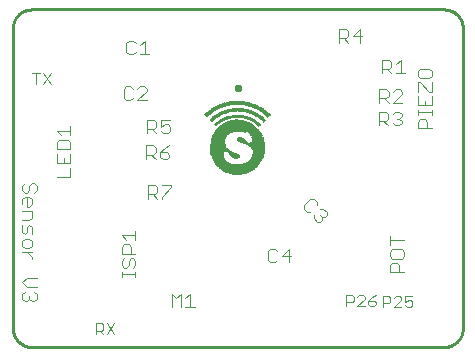
<source format=gto>
G75*
%MOIN*%
%OFA0B0*%
%FSLAX25Y25*%
%IPPOS*%
%LPD*%
%AMOC8*
5,1,8,0,0,1.08239X$1,22.5*
%
%ADD10C,0.00300*%
%ADD11C,0.01000*%
%ADD12C,0.01200*%
%ADD13R,0.02400X0.00100*%
%ADD14R,0.03600X0.00100*%
%ADD15R,0.04300X0.00100*%
%ADD16R,0.05000X0.00100*%
%ADD17R,0.05600X0.00100*%
%ADD18R,0.06300X0.00100*%
%ADD19R,0.07000X0.00100*%
%ADD20R,0.07300X0.00100*%
%ADD21R,0.07800X0.00100*%
%ADD22R,0.08100X0.00100*%
%ADD23R,0.08500X0.00100*%
%ADD24R,0.09000X0.00100*%
%ADD25R,0.09300X0.00100*%
%ADD26R,0.09600X0.00100*%
%ADD27R,0.09900X0.00100*%
%ADD28R,0.10200X0.00100*%
%ADD29R,0.10600X0.00100*%
%ADD30R,0.10800X0.00100*%
%ADD31R,0.11100X0.00100*%
%ADD32R,0.11400X0.00100*%
%ADD33R,0.11600X0.00100*%
%ADD34R,0.11800X0.00100*%
%ADD35R,0.12000X0.00100*%
%ADD36R,0.12300X0.00100*%
%ADD37R,0.12500X0.00100*%
%ADD38R,0.12700X0.00100*%
%ADD39R,0.12900X0.00100*%
%ADD40R,0.13200X0.00100*%
%ADD41R,0.13300X0.00100*%
%ADD42R,0.13500X0.00100*%
%ADD43R,0.13600X0.00100*%
%ADD44R,0.13800X0.00100*%
%ADD45R,0.14000X0.00100*%
%ADD46R,0.14200X0.00100*%
%ADD47R,0.06700X0.00100*%
%ADD48R,0.06200X0.00100*%
%ADD49R,0.05800X0.00100*%
%ADD50R,0.05500X0.00100*%
%ADD51R,0.05300X0.00100*%
%ADD52R,0.05200X0.00100*%
%ADD53R,0.05100X0.00100*%
%ADD54R,0.04700X0.00100*%
%ADD55R,0.04800X0.00100*%
%ADD56R,0.04500X0.00100*%
%ADD57R,0.04600X0.00100*%
%ADD58R,0.04200X0.00100*%
%ADD59R,0.04100X0.00100*%
%ADD60R,0.04000X0.00100*%
%ADD61R,0.03900X0.00100*%
%ADD62R,0.03800X0.00100*%
%ADD63R,0.03700X0.00100*%
%ADD64R,0.01400X0.00100*%
%ADD65R,0.02000X0.00100*%
%ADD66R,0.02200X0.00100*%
%ADD67R,0.02600X0.00100*%
%ADD68R,0.02800X0.00100*%
%ADD69R,0.02900X0.00100*%
%ADD70R,0.03000X0.00100*%
%ADD71R,0.03100X0.00100*%
%ADD72R,0.03200X0.00100*%
%ADD73R,0.03300X0.00100*%
%ADD74R,0.04400X0.00100*%
%ADD75R,0.02700X0.00100*%
%ADD76R,0.01700X0.00100*%
%ADD77R,0.01600X0.00100*%
%ADD78R,0.04900X0.00100*%
%ADD79R,0.01300X0.00100*%
%ADD80R,0.06600X0.00100*%
%ADD81R,0.06500X0.00100*%
%ADD82R,0.06100X0.00100*%
%ADD83R,0.06000X0.00100*%
%ADD84R,0.05900X0.00100*%
%ADD85R,0.05700X0.00100*%
%ADD86R,0.05400X0.00100*%
%ADD87R,0.07100X0.00100*%
%ADD88R,0.02300X0.00100*%
%ADD89R,0.02500X0.00100*%
%ADD90R,0.02100X0.00100*%
%ADD91R,0.01800X0.00100*%
%ADD92R,0.01500X0.00100*%
%ADD93R,0.01100X0.00100*%
%ADD94R,0.00400X0.00100*%
%ADD95R,0.00900X0.00100*%
%ADD96R,0.06800X0.00100*%
%ADD97R,0.14700X0.00100*%
%ADD98R,0.14600X0.00100*%
%ADD99R,0.14400X0.00100*%
%ADD100R,0.13900X0.00100*%
%ADD101R,0.13700X0.00100*%
%ADD102R,0.13400X0.00100*%
%ADD103R,0.13000X0.00100*%
%ADD104R,0.12800X0.00100*%
%ADD105R,0.12600X0.00100*%
%ADD106R,0.12400X0.00100*%
%ADD107R,0.12200X0.00100*%
%ADD108R,0.00100X0.00100*%
%ADD109R,0.00300X0.00100*%
%ADD110R,0.00500X0.00100*%
%ADD111R,0.11200X0.00100*%
%ADD112R,0.00700X0.00100*%
%ADD113R,0.00600X0.00100*%
%ADD114R,0.11000X0.00100*%
%ADD115R,0.10300X0.00100*%
%ADD116R,0.01200X0.00100*%
%ADD117R,0.10000X0.00100*%
%ADD118R,0.09700X0.00100*%
%ADD119R,0.09400X0.00100*%
%ADD120R,0.09100X0.00100*%
%ADD121R,0.08700X0.00100*%
%ADD122R,0.08200X0.00100*%
%ADD123R,0.07900X0.00100*%
%ADD124R,0.07500X0.00100*%
%ADD125R,0.00200X0.00100*%
%ADD126R,0.00800X0.00100*%
%ADD127R,0.01000X0.00100*%
%ADD128R,0.01900X0.00100*%
%ADD129R,0.07400X0.00100*%
%ADD130R,0.06900X0.00100*%
%ADD131R,0.03500X0.00100*%
%ADD132R,0.08900X0.00100*%
%ADD133R,0.08300X0.00100*%
%ADD134R,0.07200X0.00100*%
%ADD135R,0.03400X0.00100*%
%ADD136R,0.09200X0.00100*%
%ADD137C,0.00400*%
D10*
X0051511Y0055869D02*
X0051511Y0059572D01*
X0053362Y0059572D01*
X0053980Y0058955D01*
X0053980Y0057721D01*
X0053362Y0057103D01*
X0051511Y0057103D01*
X0052745Y0057103D02*
X0053980Y0055869D01*
X0055194Y0055869D02*
X0057663Y0059572D01*
X0055194Y0059572D02*
X0057663Y0055869D01*
X0031678Y0067817D02*
X0030894Y0067033D01*
X0030110Y0067033D01*
X0029326Y0067817D01*
X0028542Y0067033D01*
X0027758Y0067033D01*
X0026974Y0067817D01*
X0026974Y0069385D01*
X0027758Y0070169D01*
X0028542Y0071637D02*
X0031678Y0071637D01*
X0030894Y0070169D02*
X0031678Y0069385D01*
X0031678Y0067817D01*
X0029326Y0067817D02*
X0029326Y0068601D01*
X0028542Y0071637D02*
X0026974Y0073205D01*
X0028542Y0074773D01*
X0031678Y0074773D01*
X0030110Y0080861D02*
X0030110Y0081645D01*
X0028542Y0083213D01*
X0026974Y0083213D02*
X0030110Y0083213D01*
X0029326Y0084681D02*
X0030110Y0085465D01*
X0030110Y0087033D01*
X0029326Y0087817D01*
X0027758Y0087817D01*
X0026974Y0087033D01*
X0026974Y0085465D01*
X0027758Y0084681D01*
X0029326Y0084681D01*
X0030110Y0089285D02*
X0030110Y0091637D01*
X0029326Y0092421D01*
X0028542Y0091637D01*
X0028542Y0090069D01*
X0027758Y0089285D01*
X0026974Y0090069D01*
X0026974Y0092421D01*
X0026974Y0093889D02*
X0029326Y0093889D01*
X0030110Y0094673D01*
X0030110Y0097025D01*
X0026974Y0097025D01*
X0028542Y0098493D02*
X0028542Y0101629D01*
X0027758Y0101629D02*
X0029326Y0101629D01*
X0030110Y0100845D01*
X0030110Y0099277D01*
X0029326Y0098493D01*
X0028542Y0098493D01*
X0026974Y0099277D02*
X0026974Y0100845D01*
X0027758Y0101629D01*
X0027758Y0103097D02*
X0026974Y0103881D01*
X0026974Y0105449D01*
X0027758Y0106233D01*
X0029326Y0105449D02*
X0029326Y0103881D01*
X0028542Y0103097D01*
X0027758Y0103097D01*
X0030894Y0103097D02*
X0031678Y0103881D01*
X0031678Y0105449D01*
X0030894Y0106233D01*
X0030110Y0106233D01*
X0029326Y0105449D01*
X0031447Y0139344D02*
X0031447Y0143047D01*
X0032681Y0143047D02*
X0030212Y0143047D01*
X0033895Y0143047D02*
X0036364Y0139344D01*
X0033895Y0139344D02*
X0036364Y0143047D01*
X0134945Y0069014D02*
X0134945Y0065311D01*
X0134945Y0066545D02*
X0136797Y0066545D01*
X0137414Y0067162D01*
X0137414Y0068397D01*
X0136797Y0069014D01*
X0134945Y0069014D01*
X0138629Y0068397D02*
X0139246Y0069014D01*
X0140480Y0069014D01*
X0141097Y0068397D01*
X0141097Y0067779D01*
X0138629Y0065311D01*
X0141097Y0065311D01*
X0142312Y0065928D02*
X0142929Y0065311D01*
X0144163Y0065311D01*
X0144780Y0065928D01*
X0144780Y0066545D01*
X0144163Y0067162D01*
X0142312Y0067162D01*
X0142312Y0065928D01*
X0142312Y0067162D02*
X0143546Y0068397D01*
X0144780Y0069014D01*
X0147147Y0068679D02*
X0148999Y0068679D01*
X0149616Y0068062D01*
X0149616Y0066828D01*
X0148999Y0066211D01*
X0147147Y0066211D01*
X0147147Y0064976D02*
X0147147Y0068679D01*
X0150830Y0068062D02*
X0151447Y0068679D01*
X0152682Y0068679D01*
X0153299Y0068062D01*
X0153299Y0067445D01*
X0150830Y0064976D01*
X0153299Y0064976D01*
X0154513Y0065593D02*
X0155131Y0064976D01*
X0156365Y0064976D01*
X0156982Y0065593D01*
X0156982Y0066828D01*
X0156365Y0067445D01*
X0155748Y0067445D01*
X0154513Y0066828D01*
X0154513Y0068679D01*
X0156982Y0068679D01*
D11*
X0167524Y0051683D02*
X0030024Y0051683D01*
X0029868Y0051685D01*
X0029712Y0051691D01*
X0029557Y0051700D01*
X0029402Y0051714D01*
X0029247Y0051732D01*
X0029092Y0051753D01*
X0028939Y0051778D01*
X0028786Y0051807D01*
X0028633Y0051840D01*
X0028482Y0051876D01*
X0028331Y0051917D01*
X0028182Y0051961D01*
X0028033Y0052008D01*
X0027886Y0052060D01*
X0027741Y0052115D01*
X0027596Y0052174D01*
X0027453Y0052236D01*
X0027312Y0052302D01*
X0027173Y0052371D01*
X0027035Y0052444D01*
X0026899Y0052520D01*
X0026765Y0052600D01*
X0026633Y0052683D01*
X0026503Y0052769D01*
X0026376Y0052858D01*
X0026250Y0052951D01*
X0026127Y0053047D01*
X0026007Y0053145D01*
X0025888Y0053247D01*
X0025773Y0053351D01*
X0025660Y0053459D01*
X0025550Y0053569D01*
X0025442Y0053682D01*
X0025338Y0053797D01*
X0025236Y0053916D01*
X0025138Y0054036D01*
X0025042Y0054159D01*
X0024949Y0054285D01*
X0024860Y0054412D01*
X0024774Y0054542D01*
X0024691Y0054674D01*
X0024611Y0054808D01*
X0024535Y0054944D01*
X0024462Y0055082D01*
X0024393Y0055221D01*
X0024327Y0055362D01*
X0024265Y0055505D01*
X0024206Y0055650D01*
X0024151Y0055795D01*
X0024099Y0055942D01*
X0024052Y0056091D01*
X0024008Y0056240D01*
X0023967Y0056391D01*
X0023931Y0056542D01*
X0023898Y0056695D01*
X0023869Y0056848D01*
X0023844Y0057001D01*
X0023823Y0057156D01*
X0023805Y0057311D01*
X0023791Y0057466D01*
X0023782Y0057621D01*
X0023776Y0057777D01*
X0023774Y0057933D01*
X0023774Y0157933D01*
X0023776Y0158089D01*
X0023782Y0158245D01*
X0023791Y0158400D01*
X0023805Y0158555D01*
X0023823Y0158710D01*
X0023844Y0158865D01*
X0023869Y0159018D01*
X0023898Y0159171D01*
X0023931Y0159324D01*
X0023967Y0159475D01*
X0024008Y0159626D01*
X0024052Y0159775D01*
X0024099Y0159924D01*
X0024151Y0160071D01*
X0024206Y0160216D01*
X0024265Y0160361D01*
X0024327Y0160504D01*
X0024393Y0160645D01*
X0024462Y0160784D01*
X0024535Y0160922D01*
X0024611Y0161058D01*
X0024691Y0161192D01*
X0024774Y0161324D01*
X0024860Y0161454D01*
X0024949Y0161581D01*
X0025042Y0161707D01*
X0025138Y0161830D01*
X0025236Y0161950D01*
X0025338Y0162069D01*
X0025442Y0162184D01*
X0025550Y0162297D01*
X0025660Y0162407D01*
X0025773Y0162515D01*
X0025888Y0162619D01*
X0026007Y0162721D01*
X0026127Y0162819D01*
X0026250Y0162915D01*
X0026376Y0163008D01*
X0026503Y0163097D01*
X0026633Y0163183D01*
X0026765Y0163266D01*
X0026899Y0163346D01*
X0027035Y0163422D01*
X0027173Y0163495D01*
X0027312Y0163564D01*
X0027453Y0163630D01*
X0027596Y0163692D01*
X0027741Y0163751D01*
X0027886Y0163806D01*
X0028033Y0163858D01*
X0028182Y0163905D01*
X0028331Y0163949D01*
X0028482Y0163990D01*
X0028633Y0164026D01*
X0028786Y0164059D01*
X0028939Y0164088D01*
X0029092Y0164113D01*
X0029247Y0164134D01*
X0029402Y0164152D01*
X0029557Y0164166D01*
X0029712Y0164175D01*
X0029868Y0164181D01*
X0030024Y0164183D01*
X0167524Y0164183D01*
X0167680Y0164181D01*
X0167836Y0164175D01*
X0167991Y0164166D01*
X0168146Y0164152D01*
X0168301Y0164134D01*
X0168456Y0164113D01*
X0168609Y0164088D01*
X0168762Y0164059D01*
X0168915Y0164026D01*
X0169066Y0163990D01*
X0169217Y0163949D01*
X0169366Y0163905D01*
X0169515Y0163858D01*
X0169662Y0163806D01*
X0169807Y0163751D01*
X0169952Y0163692D01*
X0170095Y0163630D01*
X0170236Y0163564D01*
X0170375Y0163495D01*
X0170513Y0163422D01*
X0170649Y0163346D01*
X0170783Y0163266D01*
X0170915Y0163183D01*
X0171045Y0163097D01*
X0171172Y0163008D01*
X0171298Y0162915D01*
X0171421Y0162819D01*
X0171541Y0162721D01*
X0171660Y0162619D01*
X0171775Y0162515D01*
X0171888Y0162407D01*
X0171998Y0162297D01*
X0172106Y0162184D01*
X0172210Y0162069D01*
X0172312Y0161950D01*
X0172410Y0161830D01*
X0172506Y0161707D01*
X0172599Y0161581D01*
X0172688Y0161454D01*
X0172774Y0161324D01*
X0172857Y0161192D01*
X0172937Y0161058D01*
X0173013Y0160922D01*
X0173086Y0160784D01*
X0173155Y0160645D01*
X0173221Y0160504D01*
X0173283Y0160361D01*
X0173342Y0160216D01*
X0173397Y0160071D01*
X0173449Y0159924D01*
X0173496Y0159775D01*
X0173540Y0159626D01*
X0173581Y0159475D01*
X0173617Y0159324D01*
X0173650Y0159171D01*
X0173679Y0159018D01*
X0173704Y0158865D01*
X0173725Y0158710D01*
X0173743Y0158555D01*
X0173757Y0158400D01*
X0173766Y0158245D01*
X0173772Y0158089D01*
X0173774Y0157933D01*
X0173774Y0057933D01*
X0173772Y0057777D01*
X0173766Y0057621D01*
X0173757Y0057466D01*
X0173743Y0057311D01*
X0173725Y0057156D01*
X0173704Y0057001D01*
X0173679Y0056848D01*
X0173650Y0056695D01*
X0173617Y0056542D01*
X0173581Y0056391D01*
X0173540Y0056240D01*
X0173496Y0056091D01*
X0173449Y0055942D01*
X0173397Y0055795D01*
X0173342Y0055650D01*
X0173283Y0055505D01*
X0173221Y0055362D01*
X0173155Y0055221D01*
X0173086Y0055082D01*
X0173013Y0054944D01*
X0172937Y0054808D01*
X0172857Y0054674D01*
X0172774Y0054542D01*
X0172688Y0054412D01*
X0172599Y0054285D01*
X0172506Y0054159D01*
X0172410Y0054036D01*
X0172312Y0053916D01*
X0172210Y0053797D01*
X0172106Y0053682D01*
X0171998Y0053569D01*
X0171888Y0053459D01*
X0171775Y0053351D01*
X0171660Y0053247D01*
X0171541Y0053145D01*
X0171421Y0053047D01*
X0171298Y0052951D01*
X0171172Y0052858D01*
X0171045Y0052769D01*
X0170915Y0052683D01*
X0170783Y0052600D01*
X0170649Y0052520D01*
X0170513Y0052444D01*
X0170375Y0052371D01*
X0170236Y0052302D01*
X0170095Y0052236D01*
X0169952Y0052174D01*
X0169807Y0052115D01*
X0169662Y0052060D01*
X0169515Y0052008D01*
X0169366Y0051961D01*
X0169217Y0051917D01*
X0169066Y0051876D01*
X0168915Y0051840D01*
X0168762Y0051807D01*
X0168609Y0051778D01*
X0168456Y0051753D01*
X0168301Y0051732D01*
X0168146Y0051714D01*
X0167991Y0051700D01*
X0167836Y0051691D01*
X0167680Y0051685D01*
X0167524Y0051683D01*
D12*
X0099474Y0137232D02*
X0098340Y0137232D01*
X0098340Y0138366D01*
X0099474Y0138366D01*
X0099474Y0137232D01*
D13*
X0106024Y0130883D03*
X0094924Y0127683D03*
X0093424Y0129383D03*
X0091424Y0130983D03*
X0091224Y0130883D03*
X0100824Y0119783D03*
X0097024Y0115983D03*
X0098624Y0108983D03*
D14*
X0098624Y0109083D03*
X0105224Y0114483D03*
X0105524Y0115283D03*
X0105324Y0121383D03*
X0105224Y0121583D03*
X0105224Y0121683D03*
X0105124Y0121783D03*
X0103424Y0131983D03*
D15*
X0098674Y0128583D03*
X0105474Y0119883D03*
X0105574Y0117683D03*
X0105574Y0117583D03*
X0104174Y0113083D03*
X0098674Y0109183D03*
X0093074Y0113083D03*
X0091974Y0115483D03*
X0091974Y0115583D03*
X0091974Y0115683D03*
D16*
X0092824Y0121983D03*
X0092924Y0122083D03*
X0093024Y0122183D03*
X0103524Y0112683D03*
X0105224Y0118383D03*
X0098624Y0109283D03*
D17*
X0098624Y0109383D03*
X0092324Y0117883D03*
X0093624Y0122783D03*
X0098624Y0133183D03*
D18*
X0094274Y0123183D03*
X0092674Y0117183D03*
X0092774Y0117083D03*
X0098674Y0109483D03*
X0104574Y0119183D03*
D19*
X0094724Y0123383D03*
X0098624Y0109583D03*
D20*
X0098674Y0109683D03*
D21*
X0098624Y0109783D03*
X0098724Y0130483D03*
D22*
X0098674Y0109883D03*
D23*
X0098674Y0109983D03*
D24*
X0098624Y0110083D03*
D25*
X0098674Y0110183D03*
D26*
X0098624Y0110283D03*
D27*
X0098674Y0110383D03*
D28*
X0098624Y0110483D03*
X0098624Y0132583D03*
D29*
X0098624Y0125483D03*
X0098624Y0110583D03*
D30*
X0098624Y0110683D03*
X0098624Y0132483D03*
D31*
X0098674Y0110783D03*
D32*
X0098624Y0110883D03*
X0098624Y0125183D03*
D33*
X0098624Y0125083D03*
X0098624Y0110983D03*
D34*
X0098624Y0111083D03*
D35*
X0098624Y0111183D03*
X0098624Y0124983D03*
X0098624Y0132283D03*
D36*
X0098674Y0111283D03*
D37*
X0098674Y0111383D03*
D38*
X0098674Y0111483D03*
D39*
X0098674Y0111583D03*
D40*
X0098624Y0111683D03*
X0098624Y0124383D03*
D41*
X0098674Y0111783D03*
D42*
X0098674Y0111883D03*
D43*
X0098624Y0111983D03*
X0098624Y0124183D03*
D44*
X0098624Y0112083D03*
D45*
X0098624Y0112183D03*
X0098624Y0123883D03*
D46*
X0098624Y0123783D03*
X0098624Y0112283D03*
D47*
X0094774Y0112383D03*
X0092974Y0116783D03*
X0104274Y0119383D03*
D48*
X0104624Y0119083D03*
X0102724Y0112383D03*
X0092624Y0117283D03*
X0098724Y0130683D03*
D49*
X0093724Y0122883D03*
X0092424Y0117683D03*
X0094324Y0112483D03*
D50*
X0092274Y0117983D03*
X0092274Y0118083D03*
X0093474Y0122683D03*
X0104974Y0118783D03*
X0103074Y0112483D03*
D51*
X0093974Y0112583D03*
X0092174Y0118283D03*
X0092174Y0118383D03*
X0093274Y0122483D03*
D52*
X0093224Y0122383D03*
X0093124Y0122283D03*
X0098624Y0126783D03*
X0098624Y0128483D03*
X0098724Y0130783D03*
X0105124Y0118583D03*
X0103324Y0112583D03*
X0092124Y0118483D03*
D53*
X0092074Y0118583D03*
X0092074Y0118683D03*
X0092074Y0118783D03*
X0092074Y0118883D03*
X0093774Y0112683D03*
X0105174Y0118483D03*
D54*
X0105374Y0118083D03*
X0105274Y0119583D03*
X0093574Y0112783D03*
X0091974Y0116483D03*
X0092074Y0119783D03*
X0092074Y0119883D03*
X0092074Y0119983D03*
X0092074Y0120083D03*
X0092074Y0120183D03*
X0092074Y0120283D03*
X0092174Y0120383D03*
X0092174Y0120483D03*
X0092174Y0120583D03*
X0092274Y0120683D03*
X0092274Y0120783D03*
X0092274Y0120883D03*
X0092374Y0120983D03*
X0092374Y0121083D03*
X0092474Y0121283D03*
X0092574Y0121483D03*
X0096074Y0130083D03*
D55*
X0094824Y0132183D03*
X0092624Y0121583D03*
X0092524Y0121383D03*
X0092424Y0121183D03*
X0092024Y0119683D03*
X0092024Y0119583D03*
X0092024Y0119483D03*
X0092024Y0119383D03*
X0092024Y0116583D03*
X0103724Y0112783D03*
X0105324Y0118183D03*
D56*
X0105474Y0117883D03*
X0103974Y0112983D03*
X0093374Y0112883D03*
X0093274Y0112983D03*
X0091974Y0116283D03*
D57*
X0091924Y0116383D03*
X0098624Y0126883D03*
X0098724Y0133283D03*
X0105324Y0119683D03*
X0105424Y0117983D03*
X0103924Y0112883D03*
D58*
X0104224Y0113183D03*
X0104324Y0113283D03*
X0104424Y0113383D03*
X0105624Y0117283D03*
X0105624Y0117383D03*
X0105624Y0117483D03*
X0105424Y0119983D03*
X0104224Y0123083D03*
X0098724Y0130883D03*
X0092024Y0115383D03*
X0092024Y0115283D03*
X0092124Y0115083D03*
X0092124Y0114983D03*
X0092224Y0114883D03*
X0092224Y0114783D03*
X0092224Y0114683D03*
X0092324Y0114383D03*
X0092424Y0114183D03*
X0093024Y0113183D03*
D59*
X0092874Y0113283D03*
X0092874Y0113383D03*
X0092774Y0113483D03*
X0092574Y0113783D03*
X0092574Y0113883D03*
X0092474Y0113983D03*
X0092474Y0114083D03*
X0092374Y0114283D03*
X0092274Y0114483D03*
X0092274Y0114583D03*
X0092074Y0115183D03*
X0105674Y0117083D03*
X0105674Y0117183D03*
X0105474Y0120083D03*
D60*
X0105524Y0120183D03*
X0105524Y0120283D03*
X0105724Y0116983D03*
X0105724Y0116883D03*
X0105724Y0116783D03*
X0104724Y0113683D03*
X0104624Y0113583D03*
X0104524Y0113483D03*
X0104424Y0122883D03*
X0104324Y0122983D03*
X0094224Y0132083D03*
X0092624Y0113683D03*
X0092724Y0113583D03*
D61*
X0104774Y0113783D03*
X0104874Y0113883D03*
X0105674Y0116583D03*
X0105674Y0116683D03*
X0105474Y0120483D03*
X0103074Y0132083D03*
D62*
X0102124Y0129983D03*
X0098624Y0126983D03*
X0104524Y0122783D03*
X0104624Y0122683D03*
X0104724Y0122583D03*
X0104724Y0122483D03*
X0104824Y0122383D03*
X0105424Y0121083D03*
X0105424Y0120983D03*
X0105524Y0120683D03*
X0105524Y0120583D03*
X0105524Y0120383D03*
X0105724Y0116483D03*
X0105724Y0116383D03*
X0105724Y0116283D03*
X0105024Y0114183D03*
X0104924Y0114083D03*
X0104924Y0113983D03*
D63*
X0105074Y0114283D03*
X0105174Y0114383D03*
X0105274Y0114583D03*
X0105274Y0114683D03*
X0105374Y0114783D03*
X0105374Y0114883D03*
X0105374Y0114983D03*
X0105474Y0115083D03*
X0105474Y0115183D03*
X0105574Y0115383D03*
X0105574Y0115483D03*
X0105574Y0115583D03*
X0105574Y0115683D03*
X0105574Y0115783D03*
X0105674Y0115883D03*
X0105674Y0115983D03*
X0105674Y0116083D03*
X0105674Y0116183D03*
X0105474Y0120783D03*
X0105474Y0120883D03*
X0105374Y0121183D03*
X0105374Y0121283D03*
X0105274Y0121483D03*
X0105074Y0121883D03*
X0105074Y0121983D03*
X0104974Y0122083D03*
X0104974Y0122183D03*
X0104874Y0122283D03*
X0095274Y0129983D03*
X0093874Y0131983D03*
D64*
X0093024Y0126783D03*
X0092524Y0126483D03*
X0092424Y0126383D03*
X0092024Y0126083D03*
X0088524Y0128783D03*
X0096024Y0116583D03*
X0096124Y0116483D03*
X0098324Y0114483D03*
X0105024Y0126283D03*
X0104724Y0126483D03*
X0104424Y0126683D03*
X0107124Y0127383D03*
X0107224Y0127283D03*
X0107324Y0127183D03*
X0107424Y0127083D03*
D65*
X0108224Y0129383D03*
X0107724Y0129783D03*
X0107624Y0129883D03*
X0102924Y0127483D03*
X0098624Y0128783D03*
X0092624Y0128983D03*
X0092424Y0128883D03*
X0092224Y0128783D03*
X0089824Y0129983D03*
X0089524Y0129783D03*
X0096624Y0116183D03*
X0098224Y0114583D03*
D66*
X0098224Y0114683D03*
X0096824Y0116083D03*
X0099724Y0120783D03*
X0104224Y0129283D03*
X0104424Y0129183D03*
X0106724Y0130483D03*
X0107024Y0130283D03*
X0107324Y0130083D03*
X0093024Y0129183D03*
X0090724Y0130583D03*
D67*
X0091624Y0131083D03*
X0091824Y0131183D03*
X0092024Y0131283D03*
X0093924Y0129583D03*
X0095224Y0127783D03*
X0103224Y0129683D03*
X0103724Y0129483D03*
X0105224Y0131283D03*
X0105424Y0131183D03*
X0105624Y0131083D03*
X0099924Y0120483D03*
X0100524Y0119883D03*
X0098124Y0114783D03*
D68*
X0098124Y0114883D03*
X0100324Y0120083D03*
X0100124Y0120183D03*
X0098624Y0127083D03*
X0095624Y0127883D03*
X0092424Y0131483D03*
X0104824Y0131483D03*
X0105024Y0131383D03*
D69*
X0102974Y0129783D03*
X0094474Y0129783D03*
X0097374Y0115783D03*
X0098074Y0114983D03*
D70*
X0098024Y0115083D03*
X0097524Y0115683D03*
X0092724Y0131583D03*
X0104524Y0131583D03*
D71*
X0097974Y0115183D03*
D72*
X0097924Y0115283D03*
X0097824Y0115383D03*
X0097624Y0115583D03*
X0094824Y0129883D03*
X0098624Y0133383D03*
X0102624Y0129883D03*
D73*
X0103974Y0131783D03*
X0104274Y0131683D03*
X0101174Y0127983D03*
X0096074Y0127983D03*
X0093274Y0131783D03*
X0092974Y0131683D03*
X0097774Y0115483D03*
D74*
X0091924Y0115783D03*
X0091924Y0115883D03*
X0091924Y0115983D03*
X0091924Y0116083D03*
X0091924Y0116183D03*
X0105524Y0117783D03*
X0105424Y0119783D03*
X0101424Y0130083D03*
D75*
X0101674Y0127883D03*
X0098674Y0130983D03*
X0094174Y0129683D03*
X0092274Y0131383D03*
X0099974Y0120383D03*
X0100074Y0120283D03*
X0100374Y0119983D03*
X0097174Y0115883D03*
D76*
X0096474Y0116283D03*
X0091174Y0128083D03*
X0091274Y0128183D03*
X0091474Y0128283D03*
X0091774Y0128483D03*
X0088674Y0129083D03*
X0105974Y0128283D03*
X0106074Y0128183D03*
X0106374Y0127983D03*
X0108474Y0129183D03*
X0108874Y0128783D03*
D77*
X0106624Y0127783D03*
X0106524Y0127883D03*
X0106224Y0128083D03*
X0103924Y0126983D03*
X0093324Y0126983D03*
X0092824Y0126683D03*
X0091024Y0127983D03*
X0090924Y0127883D03*
X0090824Y0127783D03*
X0090624Y0127683D03*
X0090524Y0127583D03*
X0088524Y0128883D03*
X0096324Y0116383D03*
D78*
X0092074Y0116683D03*
X0092074Y0118983D03*
X0092074Y0119083D03*
X0092074Y0119183D03*
X0092074Y0119283D03*
X0092674Y0121683D03*
X0092774Y0121783D03*
X0092774Y0121883D03*
X0105274Y0118283D03*
X0102374Y0132183D03*
D79*
X0104874Y0126383D03*
X0105174Y0126183D03*
X0105274Y0126083D03*
X0105374Y0125983D03*
X0095874Y0116683D03*
X0091774Y0125883D03*
X0091874Y0125983D03*
X0092174Y0126183D03*
X0092274Y0126283D03*
D80*
X0098624Y0126583D03*
X0102724Y0123383D03*
X0104424Y0119283D03*
X0092924Y0116883D03*
X0098624Y0133083D03*
D81*
X0102874Y0123283D03*
X0092874Y0116983D03*
D82*
X0092574Y0117383D03*
D83*
X0092524Y0117483D03*
X0093924Y0122983D03*
X0094024Y0123083D03*
X0098624Y0128383D03*
X0103224Y0123183D03*
D84*
X0104774Y0118983D03*
X0098674Y0126683D03*
X0092474Y0117583D03*
D85*
X0092374Y0117783D03*
X0104874Y0118883D03*
D86*
X0105024Y0118683D03*
X0093424Y0122583D03*
X0092224Y0118183D03*
D87*
X0098674Y0126483D03*
X0104074Y0119483D03*
D88*
X0101274Y0119583D03*
X0099774Y0120683D03*
X0102374Y0127683D03*
X0106174Y0130783D03*
X0106374Y0130683D03*
X0106574Y0130583D03*
X0093174Y0129283D03*
X0091074Y0130783D03*
X0090874Y0130683D03*
X0090574Y0130483D03*
D89*
X0093674Y0129483D03*
X0102074Y0127783D03*
X0103474Y0129583D03*
X0103974Y0129383D03*
X0105874Y0130983D03*
X0099874Y0120583D03*
X0100974Y0119683D03*
D90*
X0099674Y0120883D03*
X0102674Y0127583D03*
X0104574Y0129083D03*
X0104774Y0128983D03*
X0104974Y0128883D03*
X0106874Y0130383D03*
X0107174Y0130183D03*
X0107474Y0129983D03*
X0094574Y0127583D03*
X0092774Y0129083D03*
X0090374Y0130383D03*
X0090274Y0130283D03*
X0090074Y0130183D03*
X0089974Y0130083D03*
X0089674Y0129883D03*
D91*
X0089024Y0129383D03*
X0088824Y0129183D03*
X0088524Y0128983D03*
X0091624Y0128383D03*
X0091924Y0128583D03*
X0093524Y0127083D03*
X0093724Y0127183D03*
X0093924Y0127283D03*
X0099624Y0120983D03*
X0103124Y0127383D03*
X0103324Y0127283D03*
X0103524Y0127183D03*
X0103724Y0127083D03*
X0105524Y0128583D03*
X0105624Y0128483D03*
X0105824Y0128383D03*
X0108624Y0129083D03*
X0108724Y0128983D03*
X0108824Y0128883D03*
D92*
X0108874Y0128683D03*
X0106974Y0127483D03*
X0106874Y0127583D03*
X0106774Y0127683D03*
X0104574Y0126583D03*
X0104274Y0126783D03*
X0104074Y0126883D03*
X0099574Y0121083D03*
X0093174Y0126883D03*
X0092674Y0126583D03*
X0090374Y0127483D03*
X0090274Y0127383D03*
X0090174Y0127283D03*
X0090074Y0127183D03*
D93*
X0091474Y0125583D03*
X0099574Y0121183D03*
X0105974Y0125483D03*
X0107374Y0126983D03*
D94*
X0107424Y0126583D03*
X0108924Y0128183D03*
X0101124Y0122983D03*
X0091524Y0125283D03*
X0090024Y0126683D03*
X0088524Y0128283D03*
D95*
X0088474Y0128583D03*
X0090074Y0126983D03*
X0091474Y0125483D03*
X0101074Y0123083D03*
X0105974Y0125383D03*
D96*
X0094524Y0123283D03*
D97*
X0098674Y0123483D03*
D98*
X0098624Y0123583D03*
D99*
X0098624Y0123683D03*
D100*
X0098674Y0123983D03*
D101*
X0098674Y0124083D03*
D102*
X0098624Y0124283D03*
D103*
X0098624Y0124483D03*
D104*
X0098624Y0124583D03*
D105*
X0098624Y0124683D03*
D106*
X0098624Y0124783D03*
D107*
X0098624Y0124883D03*
D108*
X0099074Y0130083D03*
X0100174Y0130983D03*
X0097174Y0130983D03*
X0096274Y0133283D03*
X0094374Y0132883D03*
X0088474Y0128183D03*
X0090074Y0126583D03*
X0091474Y0125183D03*
X0105974Y0124983D03*
D109*
X0105974Y0125083D03*
D110*
X0105974Y0125183D03*
X0107374Y0126683D03*
D111*
X0098624Y0125283D03*
X0098624Y0132383D03*
D112*
X0090074Y0126883D03*
X0088474Y0128483D03*
X0105974Y0125283D03*
D113*
X0107424Y0126783D03*
X0108924Y0128283D03*
X0091524Y0125383D03*
X0090024Y0126783D03*
X0088524Y0128383D03*
D114*
X0098624Y0125383D03*
D115*
X0098674Y0125583D03*
D116*
X0091624Y0125783D03*
X0091524Y0125683D03*
X0090124Y0127083D03*
X0088524Y0128683D03*
X0105524Y0125883D03*
X0105624Y0125783D03*
X0105724Y0125683D03*
X0105824Y0125583D03*
X0108924Y0128583D03*
D117*
X0098624Y0125683D03*
D118*
X0098674Y0125783D03*
X0098574Y0132683D03*
D119*
X0098724Y0130183D03*
X0098624Y0125883D03*
D120*
X0098674Y0125983D03*
D121*
X0098674Y0126083D03*
D122*
X0098624Y0126183D03*
D123*
X0098674Y0126283D03*
X0098674Y0128083D03*
D124*
X0098674Y0126383D03*
D125*
X0107424Y0126483D03*
X0108924Y0128083D03*
D126*
X0108924Y0128383D03*
X0107424Y0126883D03*
D127*
X0108924Y0128483D03*
X0098624Y0127183D03*
D128*
X0094374Y0127483D03*
X0094174Y0127383D03*
X0092074Y0128683D03*
X0089374Y0129683D03*
X0089274Y0129583D03*
X0089174Y0129483D03*
X0088874Y0129283D03*
X0105174Y0128783D03*
X0105374Y0128683D03*
X0107874Y0129683D03*
X0107974Y0129583D03*
X0108074Y0129483D03*
X0108374Y0129283D03*
D129*
X0098624Y0128183D03*
X0098624Y0132983D03*
D130*
X0098674Y0128283D03*
D131*
X0098674Y0128683D03*
D132*
X0098674Y0130283D03*
D133*
X0098674Y0130383D03*
X0098674Y0132883D03*
D134*
X0098724Y0130583D03*
D135*
X0093524Y0131883D03*
X0103724Y0131883D03*
D136*
X0098624Y0132783D03*
D137*
X0076171Y0127446D02*
X0073102Y0127446D01*
X0073102Y0125144D01*
X0074637Y0125912D01*
X0075404Y0125912D01*
X0076171Y0125144D01*
X0076171Y0123610D01*
X0075404Y0122843D01*
X0073869Y0122843D01*
X0073102Y0123610D01*
X0071567Y0122843D02*
X0070033Y0124377D01*
X0070800Y0124377D02*
X0068498Y0124377D01*
X0068498Y0122843D02*
X0068498Y0127446D01*
X0070800Y0127446D01*
X0071567Y0126679D01*
X0071567Y0125144D01*
X0070800Y0124377D01*
X0070598Y0118905D02*
X0068296Y0118905D01*
X0068296Y0114301D01*
X0068296Y0115835D02*
X0070598Y0115835D01*
X0071365Y0116603D01*
X0071365Y0118137D01*
X0070598Y0118905D01*
X0069831Y0115835D02*
X0071365Y0114301D01*
X0072900Y0115068D02*
X0073667Y0114301D01*
X0075202Y0114301D01*
X0075969Y0115068D01*
X0075969Y0115835D01*
X0075202Y0116603D01*
X0072900Y0116603D01*
X0072900Y0115068D01*
X0072900Y0116603D02*
X0074435Y0118137D01*
X0075969Y0118905D01*
X0076576Y0105658D02*
X0073506Y0105658D01*
X0071972Y0104890D02*
X0071972Y0103356D01*
X0071204Y0102588D01*
X0068902Y0102588D01*
X0068902Y0101054D02*
X0068902Y0105658D01*
X0071204Y0105658D01*
X0071972Y0104890D01*
X0070437Y0102588D02*
X0071972Y0101054D01*
X0073506Y0101054D02*
X0073506Y0101821D01*
X0076576Y0104890D01*
X0076576Y0105658D01*
X0064634Y0090449D02*
X0064634Y0087379D01*
X0064634Y0088914D02*
X0060030Y0088914D01*
X0061565Y0087379D01*
X0060797Y0085845D02*
X0062332Y0085845D01*
X0063099Y0085077D01*
X0063099Y0082775D01*
X0063099Y0081241D02*
X0063867Y0081241D01*
X0064634Y0080473D01*
X0064634Y0078939D01*
X0063867Y0078171D01*
X0064634Y0076637D02*
X0064634Y0075102D01*
X0064634Y0075869D02*
X0060030Y0075869D01*
X0060030Y0075102D02*
X0060030Y0076637D01*
X0060797Y0078171D02*
X0061565Y0078171D01*
X0062332Y0078939D01*
X0062332Y0080473D01*
X0063099Y0081241D01*
X0064634Y0082775D02*
X0060030Y0082775D01*
X0060030Y0085077D01*
X0060797Y0085845D01*
X0060797Y0081241D02*
X0060030Y0080473D01*
X0060030Y0078939D01*
X0060797Y0078171D01*
X0076681Y0069465D02*
X0076681Y0064861D01*
X0079750Y0064861D02*
X0079750Y0069465D01*
X0078215Y0067930D01*
X0076681Y0069465D01*
X0081285Y0067930D02*
X0082819Y0069465D01*
X0082819Y0064861D01*
X0081285Y0064861D02*
X0084354Y0064861D01*
X0108893Y0080616D02*
X0109660Y0079849D01*
X0111195Y0079849D01*
X0111962Y0080616D01*
X0113497Y0082151D02*
X0116566Y0082151D01*
X0115799Y0079849D02*
X0115799Y0084453D01*
X0113497Y0082151D01*
X0111962Y0083685D02*
X0111195Y0084453D01*
X0109660Y0084453D01*
X0108893Y0083685D01*
X0108893Y0080616D01*
X0124018Y0094587D02*
X0124018Y0095672D01*
X0124018Y0094587D02*
X0125104Y0093502D01*
X0126189Y0093502D01*
X0126731Y0094044D01*
X0126731Y0095129D01*
X0126189Y0095672D01*
X0126731Y0095129D02*
X0127816Y0095129D01*
X0128359Y0095672D01*
X0128359Y0096757D01*
X0127274Y0097842D01*
X0126189Y0097842D01*
X0125104Y0098928D02*
X0125104Y0100013D01*
X0124018Y0101098D01*
X0122933Y0101098D01*
X0120763Y0098928D01*
X0120763Y0097842D01*
X0121848Y0096757D01*
X0122933Y0096757D01*
X0149499Y0088838D02*
X0149499Y0085769D01*
X0149499Y0087303D02*
X0154103Y0087303D01*
X0153335Y0084234D02*
X0150266Y0084234D01*
X0149499Y0083467D01*
X0149499Y0081932D01*
X0150266Y0081165D01*
X0153335Y0081165D01*
X0154103Y0081932D01*
X0154103Y0083467D01*
X0153335Y0084234D01*
X0151801Y0079630D02*
X0150266Y0079630D01*
X0149499Y0078863D01*
X0149499Y0076561D01*
X0154103Y0076561D01*
X0152568Y0076561D02*
X0152568Y0078863D01*
X0151801Y0079630D01*
X0158816Y0124519D02*
X0158816Y0126821D01*
X0159583Y0127588D01*
X0161118Y0127588D01*
X0161885Y0126821D01*
X0161885Y0124519D01*
X0163420Y0124519D02*
X0158816Y0124519D01*
X0158816Y0129123D02*
X0158816Y0130658D01*
X0158816Y0129890D02*
X0163420Y0129890D01*
X0163420Y0129123D02*
X0163420Y0130658D01*
X0163420Y0132192D02*
X0163420Y0135262D01*
X0163420Y0136796D02*
X0163420Y0139866D01*
X0162653Y0141400D02*
X0163420Y0142167D01*
X0163420Y0143702D01*
X0162653Y0144469D01*
X0159583Y0144469D01*
X0158816Y0143702D01*
X0158816Y0142167D01*
X0159583Y0141400D01*
X0162653Y0141400D01*
X0159583Y0139866D02*
X0162653Y0136796D01*
X0163420Y0136796D01*
X0161118Y0133727D02*
X0161118Y0132192D01*
X0158816Y0132192D02*
X0158816Y0135262D01*
X0158816Y0136796D02*
X0158816Y0139866D01*
X0159583Y0139866D01*
X0154557Y0142843D02*
X0151488Y0142843D01*
X0149953Y0142843D02*
X0148419Y0144377D01*
X0149186Y0144377D02*
X0146884Y0144377D01*
X0146884Y0142843D02*
X0146884Y0147447D01*
X0149186Y0147447D01*
X0149953Y0146679D01*
X0149953Y0145145D01*
X0149186Y0144377D01*
X0151488Y0145912D02*
X0153023Y0147447D01*
X0153023Y0142843D01*
X0152894Y0137607D02*
X0151359Y0137607D01*
X0150592Y0136840D01*
X0149057Y0136840D02*
X0149057Y0135305D01*
X0148290Y0134538D01*
X0145988Y0134538D01*
X0147522Y0134538D02*
X0149057Y0133003D01*
X0150592Y0133003D02*
X0153661Y0136073D01*
X0153661Y0136840D01*
X0152894Y0137607D01*
X0149057Y0136840D02*
X0148290Y0137607D01*
X0145988Y0137607D01*
X0145988Y0133003D01*
X0145738Y0130118D02*
X0148040Y0130118D01*
X0148807Y0129350D01*
X0148807Y0127816D01*
X0148040Y0127048D01*
X0145738Y0127048D01*
X0147272Y0127048D02*
X0148807Y0125514D01*
X0150342Y0126281D02*
X0151109Y0125514D01*
X0152644Y0125514D01*
X0153411Y0126281D01*
X0153411Y0127048D01*
X0152644Y0127816D01*
X0151876Y0127816D01*
X0152644Y0127816D02*
X0153411Y0128583D01*
X0153411Y0129350D01*
X0152644Y0130118D01*
X0151109Y0130118D01*
X0150342Y0129350D01*
X0150592Y0133003D02*
X0153661Y0133003D01*
X0158816Y0132192D02*
X0163420Y0132192D01*
X0145738Y0130118D02*
X0145738Y0125514D01*
X0139497Y0153164D02*
X0139497Y0157768D01*
X0137195Y0155466D01*
X0140265Y0155466D01*
X0135661Y0155466D02*
X0134893Y0154698D01*
X0132592Y0154698D01*
X0134126Y0154698D02*
X0135661Y0153164D01*
X0135661Y0155466D02*
X0135661Y0157000D01*
X0134893Y0157768D01*
X0132592Y0157768D01*
X0132592Y0153164D01*
X0069325Y0149205D02*
X0066255Y0149205D01*
X0067790Y0149205D02*
X0067790Y0153809D01*
X0066255Y0152274D01*
X0064721Y0153041D02*
X0063953Y0153809D01*
X0062419Y0153809D01*
X0061651Y0153041D01*
X0061651Y0149972D01*
X0062419Y0149205D01*
X0063953Y0149205D01*
X0064721Y0149972D01*
X0066051Y0138544D02*
X0065283Y0137776D01*
X0066051Y0138544D02*
X0067585Y0138544D01*
X0068353Y0137776D01*
X0068353Y0137009D01*
X0065283Y0133940D01*
X0068353Y0133940D01*
X0063749Y0134707D02*
X0062981Y0133940D01*
X0061447Y0133940D01*
X0060679Y0134707D01*
X0060679Y0137776D01*
X0061447Y0138544D01*
X0062981Y0138544D01*
X0063749Y0137776D01*
X0042975Y0125301D02*
X0042975Y0122232D01*
X0042975Y0123766D02*
X0038372Y0123766D01*
X0039906Y0122232D01*
X0039139Y0120697D02*
X0038372Y0119930D01*
X0038372Y0117628D01*
X0042975Y0117628D01*
X0042975Y0119930D01*
X0042208Y0120697D01*
X0039139Y0120697D01*
X0038372Y0116093D02*
X0038372Y0113024D01*
X0042975Y0113024D01*
X0042975Y0116093D01*
X0040674Y0114559D02*
X0040674Y0113024D01*
X0042975Y0111489D02*
X0042975Y0108420D01*
X0038372Y0108420D01*
M02*

</source>
